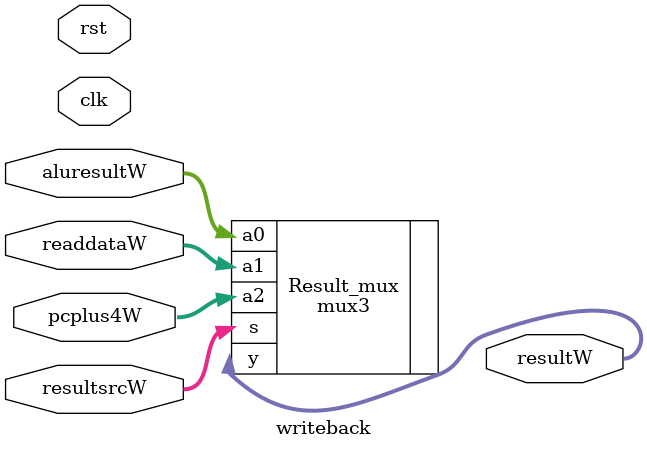
<source format=v>
`timescale 1ns / 1ps


module writeback(clk,rst,aluresultW,readdataW,pcplus4W,resultsrcW,resultW);
input clk,rst;
input [31:0]aluresultW,readdataW,pcplus4W;
input [1:0]resultsrcW;
output [31:0]resultW;

mux3  Result_mux(.a0(aluresultW),.a1(readdataW),.a2(pcplus4W),.s(resultsrcW),.y(resultW));

endmodule

</source>
